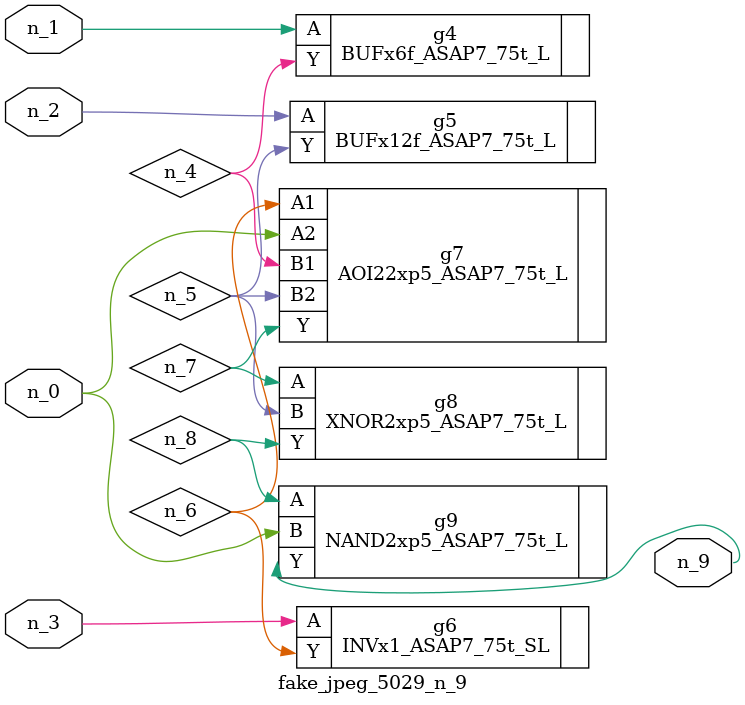
<source format=v>
module fake_jpeg_5029_n_9 (n_0, n_3, n_2, n_1, n_9);

input n_0;
input n_3;
input n_2;
input n_1;

output n_9;

wire n_4;
wire n_8;
wire n_6;
wire n_5;
wire n_7;

BUFx6f_ASAP7_75t_L g4 ( 
.A(n_1),
.Y(n_4)
);

BUFx12f_ASAP7_75t_L g5 ( 
.A(n_2),
.Y(n_5)
);

INVx1_ASAP7_75t_SL g6 ( 
.A(n_3),
.Y(n_6)
);

AOI22xp5_ASAP7_75t_L g7 ( 
.A1(n_6),
.A2(n_0),
.B1(n_4),
.B2(n_5),
.Y(n_7)
);

XNOR2xp5_ASAP7_75t_L g8 ( 
.A(n_7),
.B(n_5),
.Y(n_8)
);

NAND2xp5_ASAP7_75t_L g9 ( 
.A(n_8),
.B(n_0),
.Y(n_9)
);


endmodule
</source>
